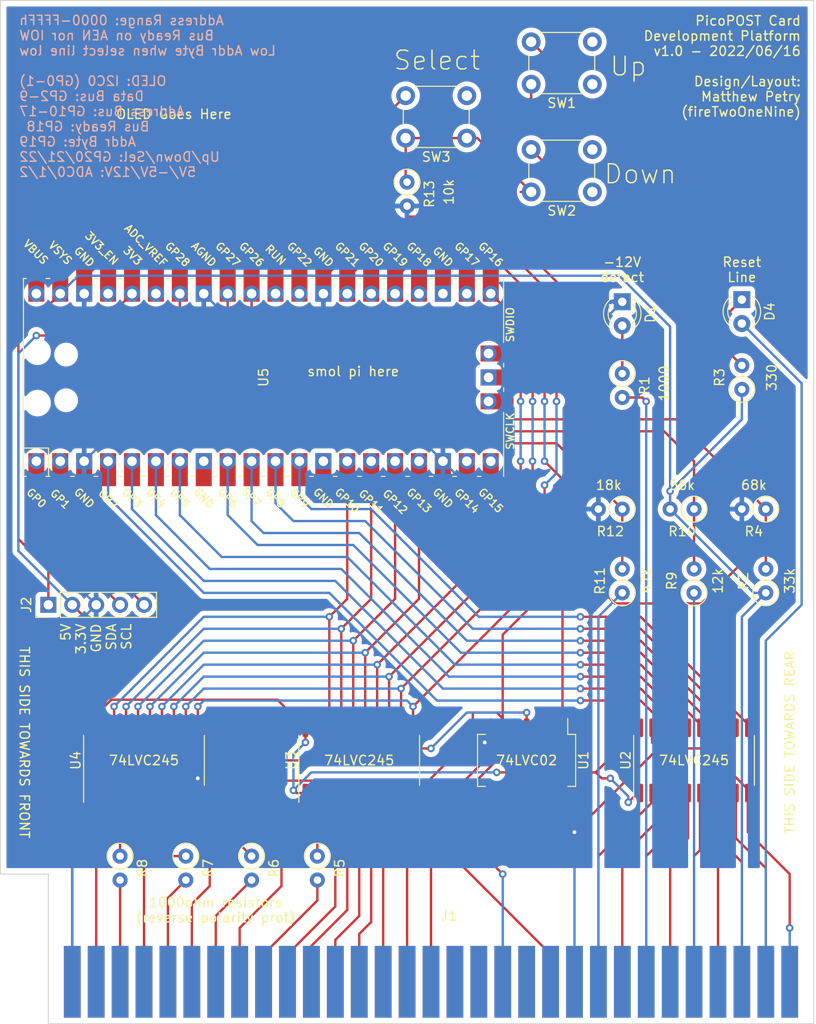
<source format=kicad_pcb>
(kicad_pcb (version 20211014) (generator pcbnew)
  (layers (0 "F.Cu" signal) (31 "B.Cu" signal) (34 "B.Paste" user) (35 "F.Paste" user) (36 "B.SilkS" user "B.Silkscreen") (37 "F.SilkS" user "F.Silkscreen") (38 "B.Mask" user) (39 "F.Mask" user) (44 "Edge.Cuts" user))
  (net 0 "")
  (net 1 "GND")
  (net 2 "Net-(D1-Pad2)")
  (net 3 "Net-(D4-Pad1)")
  (net 4 "Net-(D4-Pad2)")
  (net 5 "+5V")
  (net 7 "Net-(J1-Pad5)")
  (net 9 "Net-(J1-Pad7)")
  (net 11 "Net-(J1-Pad9)")
  (net 32 "/BD7")
  (net 33 "/BD6")
  (net 34 "/BD5")
  (net 35 "/BD4")
  (net 36 "/BD3")
  (net 37 "/BD2")
  (net 38 "/BD1")
  (net 39 "/BD0")
  (net 41 "Net-(J1-Pad42)")
  (net 46 "/BA15")
  (net 47 "/BA14")
  (net 48 "/BA13")
  (net 49 "/BA12")
  (net 50 "/BA11")
  (net 51 "/BA10")
  (net 52 "/BA9")
  (net 53 "Net-(J1-Pad54)")
  (net 54 "/BA7")
  (net 55 "Net-(J1-Pad56)")
  (net 56 "/BA5")
  (net 57 "Net-(J1-Pad58)")
  (net 58 "/BA3")
  (net 59 "Net-(J1-Pad60)")
  (net 60 "/BA1")
  (net 61 "/BA0")
  (net 62 "+3V3")
  (net 63 "/OLED_SDA")
  (net 64 "/OLED_SCL")
  (net 65 "/+5Vmon")
  (net 66 "/BA8")
  (net 67 "/BA6")
  (net 68 "/BA4")
  (net 69 "/BA2")
  (net 70 "/-5Vmon")
  (net 71 "/+12Vmon")
  (net 72 "Net-(U5-Pad26)")
  (net 73 "Net-(U5-Pad27)")
  (net 74 "Net-(U5-Pad29)")
  (net 75 "/bus_ready")
  (net 76 "Net-(U3-Pad19)")
  (net 77 "/addr_byte")
  (net 78 "/PD7")
  (net 79 "/PD6")
  (net 80 "/PD5")
  (net 81 "/PD4")
  (net 82 "/PD3")
  (net 83 "/PD2")
  (net 84 "/PD1")
  (net 85 "/PD0")
  (net 86 "/PA7")
  (net 87 "/PA6")
  (net 88 "/PA5")
  (net 89 "/PA4")
  (net 90 "/PA3")
  (net 91 "/PA2")
  (net 92 "/PA1")
  (net 93 "/PA0")
  (net 104 "Net-(J1-Pad13)")
  (net 105 "Net-(SW1-Pad1)")
  (footprint "Resistor_THT:R_Axial_DIN0207_L6.3mm_D2.5mm_P2.54mm_Vertical" (layer "F.Cu") (at 133.35 104.14 -90)
    (fp_text reference "R6")
    (fp_text value "1000")
  )
  (footprint "Button_Switch_THT:SW_PUSH_6mm_H5mm" (layer "F.Cu") (at 169.545 33.655 180)
    (fp_text reference "SW2")
    (fp_text value "Down")
  )
  (footprint "IDEcardedge:BUS_IDE8" (layer "F.Cu") (at 190.505 117.475)
    (fp_text reference "J1")
    (fp_text value "PCB_Finger_ISA_8bit")
  )
  (footprint "Resistor_THT:R_Axial_DIN0207_L6.3mm_D2.5mm_P2.54mm_Vertical" (layer "F.Cu") (at 180.34 76.2 90)
    (fp_text reference "R9")
    (fp_text value "12k")
  )
  (footprint "Resistor_THT:R_Axial_DIN0207_L6.3mm_D2.5mm_P2.54mm_Vertical" (layer "F.Cu") (at 140.335 104.14 -90)
    (fp_text reference "R5")
    (fp_text value "1000")
  )
  (footprint "Package_SO:SO-20_5.3x12.6mm_P1.27mm" (layer "F.Cu") (at 144.78 93.98 90)
    (fp_text reference "U3")
    (fp_text value "74LVC245")
  )
  (footprint "Resistor_THT:R_Axial_DIN0207_L6.3mm_D2.5mm_P2.54mm_Vertical" (layer "F.Cu") (at 180.34 67.31 180)
    (fp_text reference "R10")
    (fp_text value "56k")
  )
  (footprint "Resistor_THT:R_Axial_DIN0207_L6.3mm_D2.5mm_P2.54mm_Vertical" (layer "F.Cu") (at 185.42 54.61 90)
    (fp_text reference "R3")
    (fp_text value "330")
  )
  (footprint "Button_Switch_THT:SW_PUSH_6mm_H5mm" (layer "F.Cu") (at 169.545 22.225 180)
    (fp_text reference "SW1")
    (fp_text value "Up")
  )
  (footprint "Resistor_THT:R_Axial_DIN0207_L6.3mm_D2.5mm_P2.54mm_Vertical" (layer "F.Cu") (at 172.72 52.93 -90)
    (fp_text reference "R1")
    (fp_text value "1000")
  )
  (footprint "Resistor_THT:R_Axial_DIN0207_L6.3mm_D2.5mm_P2.54mm_Vertical" (layer "F.Cu") (at 187.96 76.2 90)
    (fp_text reference "R2")
    (fp_text value "33k")
  )
  (footprint "Package_SO:SO-14_5.3x10.2mm_P1.27mm" (layer "F.Cu") (at 162.56 93.98 -90)
    (fp_text reference "U1")
    (fp_text value "74LVC02")
  )
  (footprint "MCU_RaspberryPi_and_Boards:RPi_Pico_SMD_TH" (layer "F.Cu") (at 134.62 53.34 90)
    (fp_text reference "U5")
    (fp_text value "Pico")
  )
  (footprint "Package_SO:SO-20_5.3x12.6mm_P1.27mm" (layer "F.Cu") (at 121.92 93.98 90)
    (fp_text reference "U4")
    (fp_text value "74LVC245")
  )
  (footprint "Resistor_THT:R_Axial_DIN0207_L6.3mm_D2.5mm_P2.54mm_Vertical" (layer "F.Cu") (at 172.72 67.31 180)
    (fp_text reference "R12")
    (fp_text value "18k")
  )
  (footprint "Resistor_THT:R_Axial_DIN0207_L6.3mm_D2.5mm_P2.54mm_Vertical" (layer "F.Cu") (at 187.96 67.31 180)
    (fp_text reference "R4")
    (fp_text value "68k")
  )
  (footprint "Resistor_THT:R_Axial_DIN0207_L6.3mm_D2.5mm_P2.54mm_Vertical" (layer "F.Cu") (at 172.72 76.2 90)
    (fp_text reference "R11")
    (fp_text value "47k")
  )
  (footprint "LED_THT:LED_D3.0mm" (layer "F.Cu") (at 185.42 45.08 -90)
    (fp_text reference "D4")
    (fp_text value "red")
  )
  (footprint "Resistor_THT:R_Axial_DIN0207_L6.3mm_D2.5mm_P2.54mm_Vertical" (layer "F.Cu") (at 119.38 104.14 -90)
    (fp_text reference "R8")
    (fp_text value "1000")
  )
  (footprint "Resistor_THT:R_Axial_DIN0207_L6.3mm_D2.5mm_P2.54mm_Vertical" (layer "F.Cu") (at 149.86 32.61 -90)
    (fp_text reference "R13")
    (fp_text value "1000")
  )
  (footprint "LED_THT:LED_D3.0mm" (layer "F.Cu") (at 172.72 45.31 -90)
    (fp_text reference "D1")
    (fp_text value "green")
  )
  (footprint "Button_Switch_THT:SW_PUSH_6mm_H5mm" (layer "F.Cu") (at 156.21 27.94 180)
    (fp_text reference "SW3")
    (fp_text value "Select/Menu")
  )
  (footprint "Resistor_THT:R_Axial_DIN0207_L6.3mm_D2.5mm_P2.54mm_Vertical" (layer "F.Cu") (at 126.365 104.14 -90)
    (fp_text reference "R7")
    (fp_text value "1000")
  )
  (footprint "Package_SO:SO-20_5.3x12.6mm_P1.27mm" (layer "F.Cu") (at 180.34 93.98 90)
    (fp_text reference "U2")
    (fp_text value "74LVC245")
  )
  (footprint "Connector_PinHeader_2.54mm:PinHeader_1x05_P2.54mm_Vertical" (layer "F.Cu") (at 111.765 77.47 90)
    (fp_text reference "J2")
    (fp_text value "OLED Header")
  )
  (gr_line (start 106.68 106.045) (end 106.68 13.335) (layer "Edge.Cuts") (width 0.1))
  (gr_line (start 193.04 121.92) (end 111.76 121.92) (layer "Edge.Cuts") (width 0.1))
  (gr_line (start 193.04 121.285) (end 193.04 121.92) (layer "Edge.Cuts") (width 0.1))
  (gr_line (start 193.04 121.285) (end 193.04 13.335) (layer "Edge.Cuts") (width 0.1))
  (gr_line (start 193.04 13.335) (end 112.395 13.335) (layer "Edge.Cuts") (width 0.1))
  (gr_line (start 106.68 13.335) (end 112.395 13.335) (layer "Edge.Cuts") (width 0.1))
  (gr_line (start 111.76 121.92) (end 111.76 121.285) (layer "Edge.Cuts") (width 0.1))
  (gr_line (start 106.68 106.045) (end 111.76 106.045) (layer "Edge.Cuts") (width 0.1))
  (gr_line (start 111.76 121.285) (end 111.76 106.045) (layer "Edge.Cuts") (width 0.1))
  (gr_text "Address Range: 0000-FFFFh\nBus Ready on AEN nor IOW\nLow Addr Byte when select line low\n\n       OLED: I2C0 (GP0-1)\n   Data Bus: GP2-9\nAddress Bus: GP10-17\n Bus Ready: GP18 \n   Addr Byte: GP19\nUp/Down/Sel: GP20/21/22\n 5V/-5V/12V: ADC0/1/2" (at 108.585 23.495) (layer "B.SilkS") (effects (font (size 1 1)) (justify right mirror)))
  (gr_text "74LVC02" (at 162.56 93.98) (layer "F.SilkS") (effects (font (size 1 1))))
  (gr_text "Down" (at 174.625 31.75) (layer "F.SilkS") (effects (font (size 2 2))))
  (gr_text "12k" (at 182.88 74.93 90) (layer "F.SilkS") (effects (font (size 1 1))))
  (gr_text "330" (at 188.595 53.34 90) (layer "F.SilkS") (effects (font (size 1 1))))
  (gr_text "smol pi here" (at 144.145 52.705) (layer "F.SilkS") (effects (font (size 1 1))))
  (gr_text "5V\n3.3V\nGND\nSDA\nSCL" (at 116.84 79.375 90) (layer "F.SilkS") (effects (font (size 1 1)) (justify right)))
  (gr_text "1000" (at 177.165 53.975 90) (layer "F.SilkS") (effects (font (size 1 1))))
  (gr_text "74LVC245\n" (at 180.34 93.98) (layer "F.SilkS") (effects (font (size 1 1))))
  (gr_text "THIS SIDE TOWARDS REAR" (at 190.5 92.075 90) (layer "F.SilkS") (effects (font (size 1 1))))
  (gr_text "18k" (at 171.28 64.77) (layer "F.SilkS") (effects (font (size 1 1))))
  (gr_text "56k" (at 179.07 64.77) (layer "F.SilkS") (effects (font (size 1 1))))
  (gr_text "10k" (at 154.305 33.655 90) (layer "F.SilkS") (effects (font (size 1 1))))
  (gr_text "68k" (at 186.69 64.77) (layer "F.SilkS") (effects (font (size 1 1))))
  (gr_text "1000ohm resistors\n(reverse polarity prot)" (at 129.54 109.855) (layer "F.SilkS") (effects (font (size 1 1))))
  (gr_text "THIS SIDE TOWARDS FRONT" (at 109.22 92.075 -90) (layer "F.SilkS") (effects (font (size 1 1))))
  (gr_text "47k" (at 175.26 74.93 90) (layer "F.SilkS") (effects (font (size 1 1))))
  (gr_text "Select" (at 153.035 19.685) (layer "F.SilkS") (effects (font (size 2 2))))
  (gr_text "33k" (at 190.5 74.93 90) (layer "F.SilkS") (effects (font (size 1 1))))
  (gr_text "OLED Goes Here" (at 125.095 25.4) (layer "F.SilkS") (effects (font (size 1 1))))
  (gr_text "74LVC245\n" (at 144.78 93.98) (layer "F.SilkS") (effects (font (size 1 1))))
  (gr_text "Up" (at 173.355 20.32) (layer "F.SilkS") (effects (font (size 2 2))))
  (gr_text "PicoPOST Card\nDevelopment Platform\nv1.0 - 2022/06/16\n\nDesign/Layout:\nMatthew Petry\n(fireTwoOneNine)" (at 191.77 20.32) (layer "F.SilkS") (effects (font (size 1 1)) (justify right)))
  (gr_text "74LVC245\n" (at 121.92 93.98) (layer "F.SilkS") (effects (font (size 1 1))))
  (gr_text "-12V\ndetect" (at 172.72 41.91) (layer "F.SilkS") (effects (font (size 1 1))))
  (gr_text "Reset\nLine" (at 185.42 41.91) (layer "F.SilkS") (effects (font (size 1 1))))
  (segment (start 128.27 41.91) (end 128.27 44.45) (width 0.25) (layer "F.Cu") (net 1))
  (segment (start 158.115 92.075) (end 160.121072 92.075) (width 0.25) (layer "F.Cu") (net 1))
  (segment (start 160.121072 92.075) (end 161.29 90.906072) (width 0.25) (layer "F.Cu") (net 1))
  (segment (start 181.711072 92.71) (end 176.53 92.71) (width 0.25) (layer "F.Cu") (net 1))
  (segment (start 158.115 92.075) (end 158.115 91.1525) (width 0.25) (layer "F.Cu") (net 1))
  (segment (start 158.115 91.1525) (end 158.75 90.5175) (width 0.25) (layer "F.Cu") (net 1))
  (segment (start 115.57 42.840978) (end 116.935489 41.475489) (width 0.25) (layer "F.Cu") (net 1))
  (segment (start 186.055 101.6) (end 186.055 97.4425) (width 0.25) (layer "F.Cu") (net 1))
  (segment (start 127.635 97.4425) (end 127.635 95.885) (width 0.25) (layer "F.Cu") (net 1))
  (segment (start 156.21 92.075) (end 150.8425 97.4425) (width 0.25) (layer "F.Cu") (net 1))
  (segment (start 148.660978 35.15) (end 140.97 42.840978) (width 0.25) (layer "F.Cu") (net 1))
  (segment (start 181.120489 77.324511) (end 185.42 73.025) (width 0.25) (layer "F.Cu") (net 1))
  (segment (start 170.18 75.565) (end 171.939511 77.324511) (width 0.25) (layer "F.Cu") (net 1))
  (segment (start 117.675489 41.475489) (end 127.835489 41.475489) (width 0.25) (layer "F.Cu") (net 1))
  (segment (start 149.86 35.15) (end 148.660978 35.15) (width 0.25) (layer "F.Cu") (net 1))
  (segment (start 186.055 97.053928) (end 181.711072 92.71) (width 0.25) (layer "F.Cu") (net 1))
  (segment (start 115.57 44.45) (end 115.57 42.840978) (width 0.25) (layer "F.Cu") (net 1))
  (segment (start 158.115 92.075) (end 156.21 92.075) (width 0.25) (layer "F.Cu") (net 1))
  (segment (start 127.835489 41.475489) (end 128.27 41.91) (width 0.25) (layer "F.Cu") (net 1))
  (segment (start 170.18 67.31) (end 170.18 75.565) (width 0.25) (layer "F.Cu") (net 1))
  (segment (start 186.055 97.4425) (end 186.055 97.053928) (width 0.25) (layer "F.Cu") (net 1))
  (segment (start 175.895 90.5175) (end 175.895 92.075) (width 0.25) (layer "F.Cu") (net 1))
  (segment (start 167.64 101.6) (end 176.53 92.71) (width 0.25) (layer "F.Cu") (net 1))
  (segment (start 128.94702 96.13048) (end 150.10548 96.13048) (width 0.25) (layer "F.Cu") (net 1))
  (segment (start 190.5 106.045) (end 186.055 101.6) (width 0.25) (layer "F.Cu") (net 1))
  (segment (start 140.97 42.840978) (end 140.97 44.45) (width 0.25) (layer "F.Cu") (net 1))
  (segment (start 185.42 73.025) (end 185.42 67.31) (width 0.25) (layer "F.Cu") (net 1))
  (segment (start 116.935489 41.475489) (end 117.675489 41.475489) (width 0.25) (layer "F.Cu") (net 1))
  (segment (start 175.895 92.075) (end 176.53 92.71) (width 0.25) (layer "F.Cu") (net 1))
  (segment (start 171.939511 77.324511) (end 181.120489 77.324511) (width 0.25) (layer "F.Cu") (net 1))
  (segment (start 150.10548 96.13048) (end 150.495 96.52) (width 0.25) (layer "F.Cu") (net 1))
  (segment (start 127.635 97.4425) (end 128.94702 96.13048) (width 0.25) (layer "F.Cu") (net 1))
  (segment (start 150.8425 97.4425) (end 150.495 97.4425) (width 0.25) (layer "F.Cu") (net 1))
  (segment (start 161.29 90.906072) (end 161.29 90.5175) (width 0.25) (layer "F.Cu") (net 1))
  (segment (start 150.495 96.52) (end 150.495 97.4425) (width 0.25) (layer "F.Cu") (net 1))
  (segment (start 190.5 111.76) (end 190.5 106.045) (width 0.25) (layer "F.Cu") (net 1))
  (via (at 158.115 92.075) (size 0.8) (drill 0.4) (layers "F.Cu" "B.Cu") (net 1))
  (via (at 167.64 101.6) (size 0.8) (drill 0.4) (layers "F.Cu" "B.Cu") (net 1))
  (via (at 190.5 111.76) (size 0.8) (drill 0.4) (layers "F.Cu" "B.Cu") (net 1))
  (via (at 127.635 95.885) (size 0.8) (drill 0.4) (layers "F.Cu" "B.Cu") (net 1))
  (segment (start 120.015 95.885) (end 127.635 95.885) (width 0.25) (layer "B.Cu") (net 1))
  (segment (start 130.175 46.355) (end 140.335 46.355) (width 0.25) (layer "B.Cu") (net 1))
  (segment (start 114.305 107.31) (end 114.3 107.305) (width 0.25) (layer "B.Cu") (net 1))
  (segment (start 117.475 60.325) (end 151.765 60.325) (width 0.25) (layer "B.Cu") (net 1))
  (segment (start 115.57 76.195) (end 116.845 77.47) (width 0.25) (layer "B.Cu") (net 1))
  (segment (start 114.3 80.015) (end 116.845 77.47) (width 0.25) (layer "B.Cu") (net 1))
  (segment (start 115.57 44.45) (end 115.57 62.23) (width 0.25) (layer "B.Cu") (net 1))
  (segment (start 140.335 46.355) (end 140.97 45.72) (width 0.25) (layer "B.Cu") (net 1))
  (segment (start 115.57 62.23) (end 117.475 60.325) (width 0.25) (layer "B.Cu") (net 1))
  (segment (start 158.75 67.31) (end 170.18 67.31) (width 0.25) (layer "B.Cu") (net 1))
  (segment (start 151.765 60.325) (end 153.67 62.23) (width 0.25) (layer "B.Cu") (net 1))
  (segment (start 170.18 47.85) (end 172.72 45.31) (width 0.25) (layer "B.Cu") (net 1))
  (segment (start 190.505 117.475) (end 190.505 111.765) (width 0.25) (layer "B.Cu") (net 1))
  (segment (start 167.64 101.6) (end 167.645 101.605) (width 0.25) (layer "B.Cu") (net 1))
  (segment (start 170.18 67.31) (end 170.18 47.85) (width 0.25) (layer "B.Cu") (net 1))
  (segment (start 167.645 101.605) (end 167.645 117.475) (width 0.25) (layer "B.Cu") (net 1))
  (segment (start 114.3 101.6) (end 120.015 95.885) (width 0.25) (layer "B.Cu") (net 1))
  (segment (start 115.57 62.23) (end 115.57 76.195) (width 0.25) (layer "B.Cu") (net 1))
  (segment (start 158.115 92.075) (end 167.64 101.6) (width 0.25) (layer "B.Cu") (net 1))
  (segment (start 140.97 45.72) (end 140.97 44.45) (width 0.25) (layer "B.Cu") (net 1))
  (segment (start 128.27 44.45) (end 130.175 46.355) (width 0.25) (layer "B.Cu") (net 1))
  (segment (start 114.3 107.305) (end 114.3 101.6) (width 0.25) (layer "B.Cu") (net 1))
  (segment (start 114.305 117.475) (end 114.305 107.31) (width 0.25) (layer "B.Cu") (net 1))
  (segment (start 190.505 111.765) (end 190.5 111.76) (width 0.25) (layer "B.Cu") (net 1))
  (segment (start 153.67 62.23) (end 158.75 67.31) (width 0.25) (layer "B.Cu") (net 1))
  (segment (start 114.3 101.6) (end 114.3 80.015) (width 0.25) (layer "B.Cu") (net 1))
  (segment (start 172.72 52.93) (end 172.72 47.85) (width 0.25) (layer "F.Cu") (net 2))
  (segment (start 184.195489 46.304511) (end 184.195489 46.309511) (width 0.25) (layer "F.Cu") (net 3))
  (segment (start 184.195489 46.309511) (end 183.515 46.99) (width 0.25) (layer "F.Cu") (net 3))
  (segment (start 185.42 45.08) (end 184.195489 46.304511) (width 0.25) (layer "F.Cu") (net 3))
  (segment (start 183.515 46.99) (end 183.515 50.165) (width 0.25) (layer "F.Cu") (net 3))
  (segment (start 183.515 50.165) (end 185.42 52.07) (width 0.25) (layer "F.Cu") (net 3))
  (segment (start 185.42 47.62) (end 191.77 53.97) (width 0.25) (layer "B.Cu") (net 4))
  (segment (start 187.965 81.275) (end 187.965 117.475) (width 0.25) (layer "B.Cu") (net 4))
  (segment (start 191.77 77.47) (end 187.965 81.275) (width 0.25) (layer "B.Cu") (net 4))
  (segment (start 191.77 53.97) (end 191.77 77.47) (width 0.25) (layer "B.Cu") (net 4))
  (segment (start 108.585 48.895) (end 108.585 70.485) (width 0.25) (layer "F.Cu") (net 5))
  (segment (start 177.8 67.31) (end 177.8 65.405) (width 0.25) (layer "F.Cu") (net 5))
  (segment (start 108.585 70.485) (end 111.765 73.665) (width 0.25) (layer "F.Cu") (net 5))
  (segment (start 113.03 44.45) (end 108.585 48.895) (width 0.25) (layer "F.Cu") (net 5))
  (segment (start 111.765 73.665) (end 111.765 77.47) (width 0.25) (layer "F.Cu") (net 5))
  (via (at 177.8 65.405) (size 0.8) (drill 0.4) (layers "F.Cu" "B.Cu") (net 5))
  (segment (start 114.935 42.545) (end 113.03 44.45) (width 0.25) (layer "B.Cu") (net 5))
  (segment (start 172.404022 42.545) (end 114.935 42.545) (width 0.25) (layer "B.Cu") (net 5))
  (segment (start 177.8 67.31) (end 177.8 47.940978) (width 0.25) (layer "B.Cu") (net 5))
  (segment (start 185.42 57.785) (end 185.42 54.61) (width 0.25) (layer "B.Cu") (net 5))
  (segment (start 186.69 76.2) (end 177.8 67.31) (width 0.25) (layer "B.Cu") (net 5))
  (segment (start 177.8 65.405) (end 185.42 57.785) (width 0.25) (layer "B.Cu") (net 5))
  (segment (start 185.425 78.735) (end 187.96 76.2) (width 0.25) (layer "B.Cu") (net 5))
  (segment (start 177.8 47.940978) (end 172.404022 42.545) (width 0.25) (layer "B.Cu") (net 5))
  (segment (start 187.96 76.2) (end 186.69 76.2) (width 0.25) (layer "B.Cu") (net 5))
  (segment (start 185.425 117.475) (end 185.425 78.735) (width 0.25) (layer "B.Cu") (net 5))
  (segment (start 180.345 117.475) (end 180.345 76.205) (width 0.25) (layer "B.Cu") (net 7))
  (segment (start 180.345 76.205) (end 180.34 76.2) (width 0.25) (layer "B.Cu") (net 7))
  (segment (start 172.72 55.47) (end 174.85 55.47) (width 0.25) (layer "F.Cu") (net 9))
  (segment (start 175.26 55.88) (end 174.85 55.47) (width 0.25) (layer "F.Cu") (net 9))
  (via (at 175.26 55.88) (size 0.8) (drill 0.4) (layers "F.Cu" "B.Cu") (net 9))
  (segment (start 175.265 55.885) (end 175.265 117.475) (width 0.25) (layer "B.Cu") (net 9))
  (segment (start 175.26 55.88) (end 175.265 55.885) (width 0.25) (layer "B.Cu") (net 9))
  (segment (start 170.185 117.475) (end 170.185 78.735) (width 0.25) (layer "B.Cu") (net 11))
  (segment (start 170.185 78.735) (end 172.72 76.2) (width 0.25) (layer "B.Cu") (net 11))
  (segment (start 184.785 102.235) (end 184.785 97.4425) (width 0.25) (layer "F.Cu") (net 32))
  (segment (start 187.965 117.475) (end 187.965 105.415) (width 0.25) (layer "F.Cu") (net 32))
  (segment (start 187.965 105.415) (end 184.785 102.235) (width 0.25) (layer "F.Cu") (net 32))
  (segment (start 183.515 102.87) (end 183.515 97.4425) (width 0.25) (layer "F.Cu") (net 33))
  (segment (start 185.425 117.475) (end 185.425 104.78) (width 0.25) (layer "F.Cu") (net 33))
  (segment (start 185.425 104.78) (end 183.515 102.87) (width 0.25) (layer "F.Cu") (net 33))
  (segment (start 182.885 104.78) (end 182.245 104.14) (width 0.25) (layer "F.Cu") (net 34))
  (segment (start 182.885 117.475) (end 182.885 104.78) (width 0.25) (layer "F.Cu") (net 34))
  (segment (start 182.245 104.14) (end 182.245 97.4425) (width 0.25) (layer "F.Cu") (net 34))
  (segment (start 180.345 117.475) (end 180.345 104.135) (width 0.25) (layer "F.Cu") (net 35))
  (segment (start 180.345 104.135) (end 180.975 103.505) (width 0.25) (layer "F.Cu") (net 35))
  (segment (start 180.975 103.505) (end 180.975 97.4425) (width 0.25) (layer "F.Cu") (net 35))
  (segment (start 179.705 102.235) (end 179.705 97.4425) (width 0.25) (layer "F.Cu") (net 36))
  (segment (start 177.805 104.135) (end 179.705 102.235) (width 0.25) (layer "F.Cu") (net 36))
  (segment (start 177.805 117.475) (end 177.805 104.135) (width 0.25) (layer "F.Cu") (net 36))
  (segment (start 175.265 104.135) (end 178.435 100.965) (width 0.25) (layer "F.Cu") (net 37))
  (segment (start 178.435 100.965) (end 178.435 97.4425) (width 0.25) (layer "F.Cu") (net 37))
  (segment (start 175.265 117.475) (end 175.265 104.135) (width 0.25) (layer "F.Cu") (net 37))
  (segment (start 172.725 114.555) (end 172.72 114.55) (width 0.25) (layer "F.Cu") (net 38))
  (segment (start 172.72 114.55) (end 172.72 104.14) (width 0.25) (layer "F.Cu") (net 38))
  (segment (start 172.72 104.14) (end 177.165 99.695) (width 0.25) (layer "F.Cu") (net 38))
  (segment (start 172.725 117.475) (end 172.725 114.555) (width 0.25) (layer "F.Cu") (net 38))
  (segment (start 177.165 99.695) (end 177.165 97.4425) (width 0.25) (layer "F.Cu") (net 38))
  (segment (start 170.185 104.135) (end 175.895 98.425) (width 0.25) (layer "F.Cu") (net 39))
  (segment (start 170.185 117.475) (end 170.185 104.135) (width 0.25) (layer "F.Cu") (net 39))
  (segment (start 175.895 98.425) (end 175.895 97.4425) (width 0.25) (layer "F.Cu") (net 39))
  (segment (start 159.385 92.71) (end 163.195 92.71) (width 0.25) (layer "F.Cu") (net 41))
  (segment (start 165.105 114.555) (end 155.575 105.025) (width 0.25) (layer "F.Cu") (net 41))
  (segment (start 165.105 117.475) (end 165.105 114.555) (width 0.25) (layer "F.Cu") (net 41))
  (segment (start 155.575 105.025) (end 155.575 96.52) (width 0.25) (layer "F.Cu") (net 41))
  (segment (start 163.83 92.075) (end 163.83 90.5175) (width 0.25) (layer "F.Cu") (net 41))
  (segment (start 163.195 92.71) (end 163.83 92.075) (width 0.25) (layer "F.Cu") (net 41))
  (segment (start 155.575 96.52) (end 159.385 92.71) (width 0.25) (layer "F.Cu") (net 41))
  (segment (start 152.405 117.475) (end 152.405 104.78) (width 0.25) (layer "F.Cu") (net 46))
  (segment (start 152.405 104.78) (end 149.225 101.6) (width 0.25) (layer "F.Cu") (net 46))
  (segment (start 149.225 101.6) (end 149.225 97.4425) (width 0.25) (layer "F.Cu") (net 46))
  (segment (start 149.865 117.475) (end 149.865 104.145) (width 0.25) (layer "F.Cu") (net 47))
  (segment (start 149.865 104.145) (end 147.955 102.235) (width 0.25) (layer "F.Cu") (net 47))
  (segment (start 147.955 102.235) (end 147.955 97.4425) (width 0.25) (layer "F.Cu") (net 47))
  (segment (start 147.325 117.475) (end 147.325 99.7) (width 0.25) (layer "F.Cu") (net 48))
  (segment (start 146.685 99.06) (end 146.685 97.4425) (width 0.25) (layer "F.Cu") (net 48))
  (segment (start 147.325 99.7) (end 146.685 99.06) (width 0.25) (layer "F.Cu") (net 48))
  (segment (start 146.05 111.125) (end 146.05 100.33) (width 0.25) (layer "F.Cu") (net 49))
  (segment (start 146.05 100.33) (end 145.415 99.695) (width 0.25) (layer "F.Cu") (net 49))
  (segment (start 144.785 117.475) (end 144.785 112.39) (width 0.25) (layer "F.Cu") (net 49))
  (segment (start 145.415 99.695) (end 145.415 97.4425) (width 0.25) (layer "F.Cu") (net 49))
  (segment (start 144.785 112.39) (end 146.05 111.125) (width 0.25) (layer "F.Cu") (net 49))
  (segment (start 142.245 117.475) (end 142.245 113.025) (width 0.25) (layer "F.Cu") (net 50))
  (segment (start 144.78 100.965) (end 144.145 100.33) (width 0.25) (layer "F.Cu") (net 50))
  (segment (start 144.78 110.49) (end 144.78 100.965) (width 0.25) (layer "F.Cu") (net 50))
  (segment (start 142.245 113.025) (end 144.78 110.49) (width 0.25) (layer "F.Cu") (net 50))
  (segment (start 144.145 100.33) (end 144.145 97.4425) (width 0.25) (layer "F.Cu") (net 50))
  (segment (start 143.51 101.6) (end 142.875 100.965) (width 0.25) (layer "F.Cu") (net 51))
  (segment (start 142.875 100.965) (end 142.875 97.4425) (width 0.25) (layer "F.Cu") (net 51))
  (segment (start 139.705 113.66) (end 143.51 109.855) (width 0.25) (layer "F.Cu") (net 51))
  (segment (start 139.705 117.475) (end 139.705 113.66) (width 0.25) (layer "F.Cu") (net 51))
  (segment (start 143.51 109.855) (end 143.51 101.6) (width 0.25) (layer "F.Cu") (net 51))
  (segment (start 142.24 102.235) (end 141.605 101.6) (width 0.25) (layer "F.Cu") (net 52))
  (segment (start 142.24 109.48) (end 142.24 102.235) (width 0.25) (layer "F.Cu") (net 52))
  (segment (start 141.605 101.6) (end 141.605 97.4425) (width 0.25) (layer "F.Cu") (net 52))
  (segment (start 137.165 117.475) (end 137.165 114.555) (width 0.25) (layer "F.Cu") (net 52))
  (segment (start 137.165 114.555) (end 142.24 109.48) (width 0.25) (layer "F.Cu") (net 52))
  (segment (start 134.625 114.555) (end 140.335 108.845) (width 0.25) (layer "F.Cu") (net 53))
  (segment (start 140.335 108.845) (end 140.335 106.68) (width 0.25) (layer "F.Cu") (net 53))
  (segment (start 134.625 117.475) (end 134.625 114.555) (width 0.25) (layer "F.Cu") (net 53))
  (segment (start 126.365 98.425) (end 126.365 97.4425) (width 0.25) (layer "F.Cu") (net 54))
  (segment (start 127.635 99.695) (end 126.365 98.425) (width 0.25) (layer "F.Cu") (net 54))
  (segment (start 136.525 107.315) (end 136.525 103.505) (width 0.25) (layer "F.Cu") (net 54))
  (segment (start 132.085 111.755) (end 136.525 107.315) (width 0.25) (layer "F.Cu") (net 54))
  (segment (start 132.085 117.475) (end 132.085 111.755) (width 0.25) (layer "F.Cu") (net 54))
  (segment (start 132.715 99.695) (end 127.635 99.695) (width 0.25) (layer "F.Cu") (net 54))
  (segment (start 136.525 103.505) (end 132.715 99.695) (width 0.25) (layer "F.Cu") (net 54))
  (segment (start 129.545 117.475) (end 129.545 110.485) (width 0.25) (layer "F.Cu") (net 55))
  (segment (start 129.545 110.485) (end 133.35 106.68) (width 0.25) (layer "F.Cu") (net 55))
  (segment (start 128.905 104.14) (end 127 102.235) (width 0.25) (layer "F.Cu") (net 56))
  (segment (start 127 102.235) (end 124.46 102.235) (width 0.25) (layer "F.Cu") (net 56))
  (segment (start 127.005 109.215) (end 128.905 107.315) (width 0.25) (layer "F.Cu") (net 56))
  (segment (start 123.825 101.6) (end 123.825 97.4425) (width 0.25) (layer "F.Cu") (net 56))
  (segment (start 127.005 117.475) (end 127.005 109.215) (width 0.25) (layer "F.Cu") (net 56))
  (segment (start 124.46 102.235) (end 123.825 101.6) (width 0.25) (layer "F.Cu") (net 56))
  (segment (start 128.905 107.315) (end 128.905 104.14) (width 0.25) (layer "F.Cu") (net 56))
  (segment (start 124.465 108.58) (end 126.365 106.68) (width 0.25) (layer "F.Cu") (net 57))
  (segment (start 124.465 117.475) (end 124.465 108.58) (width 0.25) (layer "F.Cu") (net 57))
  (segment (start 121.925 117.475) (end 121.925 102.24) (width 0.25) (layer "F.Cu") (net 58))
  (segment (start 121.925 102.24) (end 121.285 101.6) (width 0.25) (layer "F.Cu") (net 58))
  (segment (start 121.285 101.6) (end 121.285 97.4425) (width 0.25) (layer "F.Cu") (net 58))
  (segment (start 119.385 106.685) (end 119.38 106.68) (width 0.25) (layer "F.Cu") (net 59))
  (segment (start 119.385 117.475) (end 119.385 106.685) (width 0.25) (layer "F.Cu") (net 59))
  (segment (start 118.745 99.695) (end 118.745 97.4425) (width 0.25) (layer "F.Cu") (net 60))
  (segment (start 116.845 117.475) (end 116.845 101.605) (width 0.25) (layer "F.Cu") (net 60))
  (segment (start 116.845 101.605) (end 116.84 101.6) (width 0.25) (layer "F.Cu") (net 60))
  (segment (start 116.84 101.6) (end 118.745 99.695) (width 0.25) (layer "F.Cu") (net 60))
  (segment (start 114.305 101.605) (end 114.3 101.6) (width 0.25) (layer "F.Cu") (net 61))
  (segment (start 114.305 117.475) (end 114.305 101.605) (width 0.25) (layer "F.Cu") (net 61))
  (segment (start 117.475 98.425) (end 117.475 97.4425) (width 0.25) (layer "F.Cu") (net 61))
  (segment (start 114.3 101.6) (end 117.475 98.425) (width 0.25) (layer "F.Cu") (net 61))
  (segment (start 116.205 89.780386) (end 118.444897 87.540489) (width 0.25) (layer "F.Cu") (net 62))
  (segment (start 174.625 97.4425) (end 174.3375 97.4425) (width 0.25) (layer "F.Cu") (net 62))
  (segment (start 139.065 97.4425) (end 138.0825 97.4425) (width 0.25) (layer "F.Cu") (net 62))
  (segment (start 136.087989 87.540489) (end 139.065 90.5175) (width 0.25) (layer "F.Cu") (net 62))
  (segment (start 120.65 44.45) (end 116.205 48.895) (width 0.25) (layer "F.Cu") (net 62))
  (segment (start 116.205 90.5175) (end 116.205 89.780386) (width 0.25) (layer "F.Cu") (net 62))
  (segment (start 174.3375 97.4425) (end 173.355 98.425) (width 0.25) (layer "F.Cu") (net 62))
  (segment (start 138.0825 97.4425) (end 137.795 97.155) (width 0.25) (layer "F.Cu") (net 62))
  (segment (start 118.444897 87.540489) (end 136.087989 87.540489) (width 0.25) (layer "F.Cu") (net 62))
  (segment (start 116.205 48.895) (end 110.49 48.895) (width 0.25) (layer "F.Cu") (net 62))
  (segment (start 116.205 79.37) (end 116.205 90.5175) (width 0.25) (layer "F.Cu") (net 62))
  (segment (start 114.305 77.47) (end 116.205 79.37) (width 0.25) (layer "F.Cu") (net 62))
  (segment (start 116.205 90.5175) (end 116.205 97.4425) (width 0.25) (layer "F.Cu") (net 62))
  (segment (start 169.8925 95.25) (end 170.5275 95.885) (width 0.25) (layer "F.Cu") (net 62))
  (segment (start 159.385 95.25) (end 166.37 95.25) (width 0.25) (layer "F.Cu") (net 62))
  (segment (start 166.37 95.25) (end 166.37 97.4425) (width 0.25) (layer "F.Cu") (net 62))
  (segment (start 139.065 90.5175) (end 139.065 92.075) (width 0.25) (layer "F.Cu") (net 62))
  (segment (start 169.8925 95.25) (end 174.625 90.5175) (width 0.25) (layer "F.Cu") (net 62))
  (segment (start 166.37 95.25) (end 169.8925 95.25) (width 0.25) (layer "F.Cu") (net 62))
  (segment (start 170.5275 95.885) (end 171.45 95.885) (width 0.25) (layer "F.Cu") (net 62))
  (via (at 139.065 92.075) (size 0.8) (drill 0.4) (layers "F.Cu" "B.Cu") (net 62))
  (via (at 159.385 95.25) (size 0.8) (drill 0.4) (layers "F.Cu" "B.Cu") (net 62))
  (via (at 173.355 98.425) (size 0.8) (drill 0.4) (layers "F.Cu" "B.Cu") (net 62))
  (via (at 137.795 97.155) (size 0.8) (drill 0.4) (layers "F.Cu" "B.Cu") (net 62))
  (via (at 110.49 48.895) (size 0.8) (drill 0.4) (layers "F.Cu" "B.Cu") (net 62))
  (via (at 171.45 95.885) (size 0.8) (drill 0.4) (layers "F.Cu" "B.Cu") (net 62))
  (segment (start 137.795 93.345) (end 137.795 97.155) (width 0.25) (layer "B.Cu") (net 62))
  (segment (start 139.7 95.25) (end 159.385 95.25) (width 0.25) (layer "B.Cu") (net 62))
  (segment (start 110.49 48.895) (end 108.585 50.8) (width 0.25) (layer "B.Cu") (net 62))
  (segment (start 171.45 95.885) (end 173.355 97.79) (width 0.25) (layer "B.Cu") (net 62))
  (segment (start 108.585 50.8) (end 108.585 71.75) (width 0.25) (layer "B.Cu") (net 62))
  (segment (start 173.355 97.79) (end 173.355 98.425) (width 0.25) (layer "B.Cu") (net 62))
  (segment (start 108.585 71.75) (end 114.305 77.47) (width 0.25) (layer "B.Cu") (net 62))
  (segment (start 137.795 97.155) (end 139.7 95.25) (width 0.25) (layer "B.Cu") (net 62))
  (segment (start 139.065 92.075) (end 137.795 93.345) (width 0.25) (layer "B.Cu") (net 62))
  (segment (start 110.49 68.575) (end 119.385 77.47) (width 0.25) (layer "F.Cu") (net 63))
  (segment (start 110.49 62.23) (end 110.49 68.575) (width 0.25) (layer "F.Cu") (net 63))
  (segment (start 113.03 68.575) (end 121.925 77.47) (width 0.25) (layer "F.Cu") (net 64))
  (segment (start 113.03 62.23) (end 113.03 68.575) (width 0.25) (layer "F.Cu") (net 64))
  (segment (start 178.435 57.785) (end 135.89 57.785) (width 0.25) (layer "F.Cu") (net 65))
  (segment (start 187.96 67.31) (end 178.435 57.785) (width 0.25) (layer "F.Cu") (net 65))
  (segment (start 133.35 55.245) (end 133.35 44.45) (width 0.25) (layer "F.Cu") (net 65))
  (segment (start 135.89 57.785) (end 133.35 55.245) (width 0.25) (layer "F.Cu") (net 65))
  (segment (start 187.96 67.31) (end 187.96 73.66) (width 0.25) (layer "F.Cu") (net 65))
  (segment (start 140.335 104.14) (end 140.335 97.4425) (width 0.25) (layer "F.Cu") (net 66))
  (segment (start 126.365 100.965) (end 125.095 99.695) (width 0.25) (layer "F.Cu") (net 67))
  (segment (start 130.175 100.965) (end 126.365 100.965) (width 0.25) (layer "F.Cu") (net 67))
  (segment (start 125.095 99.695) (end 125.095 97.4425) (width 0.25) (layer "F.Cu") (net 67))
  (segment (start 133.35 104.14) (end 130.175 100.965) (width 0.25) (layer "F.Cu") (net 67))
  (segment (start 122.555 101.6) (end 122.555 97.4425) (width 0.25) (layer "F.Cu") (net 68))
  (segment (start 125.095 104.14) (end 122.555 101.6) (width 0.25) (layer "F.Cu") (net 68))
  (segment (start 126.365 104.14) (end 125.095 104.14) (width 0.25) (layer "F.Cu") (net 68))
  (segment (start 119.38 102.235) (end 120.015 101.6) (width 0.25) (layer "F.Cu") (net 69))
  (segment (start 119.38 104.14) (end 119.38 102.235) (width 0.25) (layer "F.Cu") (net 69))
  (segment (start 120.015 101.6) (end 120.015 97.4425) (width 0.25) (layer "F.Cu") (net 69))
  (segment (start 180.34 62.23) (end 180.34 67.31) (width 0.25) (layer "F.Cu") (net 70))
  (segment (start 130.81 44.45) (end 130.81 53.975) (width 0.25) (layer "F.Cu") (net 70))
  (segment (start 130.81 53.975) (end 135.89 59.055) (width 0.25) (layer "F.Cu") (net 70))
  (segment (start 180.34 67.31) (end 180.34 73.66) (width 0.25) (layer "F.Cu") (net 70))
  (segment (start 135.89 59.055) (end 177.165 59.055) (width 0.25) (layer "F.Cu") (net 70))
  (segment (start 177.165 59.055) (end 180.34 62.23) (width 0.25) (layer "F.Cu") (net 70))
  (segment (start 165.735 60.325) (end 172.72 67.31) (width 0.25) (layer "F.Cu") (net 71))
  (segment (start 125.73 50.165) (end 135.89 60.325) (width 0.25) (layer "F.Cu") (net 71))
  (segment (start 172.72 67.31) (end 172.72 73.66) (width 0.25) (layer "F.Cu") (net 71))
  (segment (start 125.73 44.45) (end 125.73 50.165) (width 0.25) (layer "F.Cu") (net 71))
  (segment (start 135.89 60.325) (end 165.735 60.325) (width 0.25) (layer "F.Cu") (net 71))
  (segment (start 146.05 41.91) (end 146.05 44.45) (width 0.25) (layer "F.Cu") (net 72))
  (segment (start 166.37 21.05) (end 166.37 34.925) (width 0.25) (layer "F.Cu") (net 72))
  (segment (start 150.495 37.465) (end 146.05 41.91) (width 0.25) (layer "F.Cu") (net 72))
  (segment (start 163.83 37.465) (end 150.495 37.465) (width 0.25) (layer "F.Cu") (net 72))
  (segment (start 166.37 34.925) (end 163.83 37.465) (width 0.25) (layer "F.Cu") (net 72))
  (segment (start 163.045 17.725) (end 166.37 21.05) (width 0.25) (layer "F.Cu") (net 72))
  (segment (start 143.51 42.545) (end 143.51 44.45) (width 0.25) (layer "F.Cu") (net 73))
  (segment (start 165.1 34.29) (end 165.1 31.21) (width 0.25) (layer "F.Cu") (net 73))
  (segment (start 165.1 31.21) (end 163.045 29.155) (width 0.25) (layer "F.Cu") (net 73))
  (segment (start 143.51 44.45) (end 143.51 42.840978) (width 0.25) (layer "F.Cu") (net 73))
  (segment (start 163.115489 36.274511) (end 165.1 34.29) (width 0.25) (layer "F.Cu") (net 73))
  (segment (start 143.51 42.840978) (end 150.076467 36.274511) (width 0.25) (layer "F.Cu") (net 73))
  (segment (start 150.076467 36.274511) (end 163.115489 36.274511) (width 0.25) (layer "F.Cu") (net 73))
  (segment (start 149.71 23.44) (end 138.43 34.72) (width 0.25) (layer "F.Cu") (net 74))
  (segment (start 138.43 34.72) (end 138.43 44.45) (width 0.25) (layer "F.Cu") (net 74))
  (segment (start 161.29 40.64) (end 153.035 40.64) (width 0.25) (layer "F.Cu") (net 75))
  (segment (start 151.13 42.545) (end 151.13 44.45) (width 0.25) (layer "F.Cu") (net 75))
  (segment (start 166.37 90.5175) (end 166.37 64.135) (width 0.25) (layer "F.Cu") (net 75))
  (segment (start 164.465 43.815) (end 161.29 40.64) (width 0.25) (layer "F.Cu") (net 75))
  (segment (start 166.37 64.135) (end 164.465 62.23) (width 0.25) (layer "F.Cu") (net 75))
  (segment (start 164.465 55.88) (end 164.465 43.815) (width 0.25) (layer "F.Cu") (net 75))
  (segment (start 153.035 40.64) (end 151.13 42.545) (width 0.25) (layer "F.Cu") (net 75))
  (via (at 164.465 55.88) (size 0.8) (drill 0.4) (layers "F.Cu" "B.Cu") (net 75))
  (via (at 164.465 62.23) (size 0.8) (drill 0.4) (layers "F.Cu" "B.Cu") (net 75))
  (segment (start 164.465 62.23) (end 164.465 55.88) (width 0.25) (layer "B.Cu") (net 75))
  (segment (start 142.138928 92.71) (end 152.4 92.71) (width 0.25) (layer "F.Cu") (net 76))
  (segment (start 140.335 90.5175) (end 140.335 90.906072) (width 0.25) (layer "F.Cu") (net 76))
  (segment (start 162.56 88.9) (end 162.56 90.5175) (width 0.25) (layer "F.Cu") (net 76))
  (segment (start 140.335 90.906072) (end 142.138928 92.71) (width 0.25) (layer "F.Cu") (net 76))
  (via (at 152.4 92.71) (size 0.8) (drill 0.4) (layers "F.Cu" "B.Cu") (net 76))
  (via (at 162.56 88.9) (size 0.8) (drill 0.4) (layers "F.Cu" "B.Cu") (net 76))
  (segment (start 152.4 92.71) (end 156.21 88.9) (width 0.25) (layer "B.Cu") (net 76))
  (segment (start 156.21 88.9) (end 162.56 88.9) (width 0.25) (layer "B.Cu") (net 76))
  (segment (start 156.845 88.9) (end 159.385 88.9) (width 0.25) (layer "F.Cu") (net 77))
  (segment (start 160.02 80.645) (end 164.465 76.2) (width 0.25) (layer "F.Cu") (net 77))
  (segment (start 121.285 93.98) (end 121.92 93.98) (width 0.25) (layer "F.Cu") (net 77))
  (segment (start 153.035 93.98) (end 156.845 90.17) (width 0.25) (layer "F.Cu") (net 77))
  (segment (start 117.475 90.5175) (end 117.475 92.075) (width 0.25) (layer "F.Cu") (net 77))
  (segment (start 160.02 90.5175) (end 160.02 80.645) (width 0.25) (layer "F.Cu") (net 77))
  (segment (start 152.060978 39.37) (end 148.59 42.840978) (width 0.25) (layer "F.Cu") (net 77))
  (segment (start 117.475 92.075) (end 119.38 93.98) (width 0.25) (layer "F.Cu") (net 77))
  (segment (start 165.735 55.88) (end 165.735 43.18) (width 0.25) (layer "F.Cu") (net 77))
  (segment (start 121.92 93.98) (end 153.035 93.98) (width 0.25) (layer "F.Cu") (net 77))
  (segment (start 161.925 39.37) (end 152.060978 39.37) (width 0.25) (layer "F.Cu") (net 77))
  (segment (start 156.845 90.17) (end 156.845 88.9) (width 0.25) (layer "F.Cu") (net 77))
  (segment (start 164.465 76.2) (end 164.465 64.77) (width 0.25) (layer "F.Cu") (net 77))
  (segment (start 148.59 42.840978) (end 148.59 44.45) (width 0.25) (layer "F.Cu") (net 77))
  (segment (start 160.02 89.535) (end 160.02 90.5175) (width 0.25) (layer "F.Cu") (net 77))
  (segment (start 165.735 43.18) (end 161.925 39.37) (width 0.25) (layer "F.Cu") (net 77))
  (segment (start 119.38 93.98) (end 120.015 93.98) (width 0.25) (layer "F.Cu") (net 77))
  (segment (start 120.015 93.98) (end 121.92 93.98) (width 0.25) (layer "F.Cu") (net 77))
  (segment (start 120.015 93.98) (end 121.285 93.98) (width 0.25) (layer "F.Cu") (net 77))
  (segment (start 159.385 88.9) (end 160.02 89.535) (width 0.25) (layer "F.Cu") (net 77))
  (via (at 164.465 64.77) (size 0.8) (drill 0.4) (layers "F.Cu" "B.Cu") (net 77))
  (via (at 165.735 55.88) (size 0.8) (drill 0.4) (layers "F.Cu" "B.Cu") (net 77))
  (segment (start 165.735 63.5) (end 165.735 55.88) (width 0.25) (layer "B.Cu") (net 77))
  (segment (start 164.465 64.77) (end 165.735 63.5) (width 0.25) (layer "B.Cu") (net 77))
  (segment (start 174.666072 78.74) (end 168.275 78.74) (width 0.25) (layer "F.Cu") (net 78))
  (segment (start 186.055 90.5175) (end 186.055 90.128928) (width 0.25) (layer "F.Cu") (net 78))
  (segment (start 186.055 90.128928) (end 174.666072 78.74) (width 0.25) (layer "F.Cu") (net 78))
  (via (at 168.275 78.74) (size 0.8) (drill 0.4) (layers "F.Cu" "B.Cu") (net 78))
  (segment (start 138.43 66.04) (end 138.43 62.23) (width 0.25) (layer "B.Cu") (net 78))
  (segment (start 139.7 67.31) (end 138.43 66.04) (width 0.25) (layer "B.Cu") (net 78))
  (segment (start 157.48 78.74) (end 146.05 67.31) (width 0.25) (layer "B.Cu") (net 78))
  (segment (start 146.05 67.31) (end 139.7 67.31) (width 0.25) (layer "B.Cu") (net 78))
  (segment (start 168.275 78.74) (end 157.48 78.74) (width 0.25) (layer "B.Cu") (net 78))
  (segment (start 174.666072 80.01) (end 168.275 80.01) (width 0.25) (layer "F.Cu") (net 79))
  (segment (start 184.785 90.128928) (end 174.666072 80.01) (width 0.25) (layer "F.Cu") (net 79))
  (segment (start 184.785 90.5175) (end 184.785 90.128928) (width 0.25) (layer "F.Cu") (net 79))
  (via (at 168.275 80.01) (size 0.8) (drill 0.4) (layers "F.Cu" "B.Cu") (net 79))
  (segment (start 145.415 68.58) (end 137.795 68.58) (width 0.25) (layer "B.Cu") (net 79))
  (segment (start 156.845 80.01) (end 145.415 68.58) (width 0.25) (layer "B.Cu") (net 79))
  (segment (start 135.89 66.675) (end 135.89 62.23) (width 0.25) (layer "B.Cu") (net 79))
  (segment (start 137.795 68.58) (end 135.89 66.675) (width 0.25) (layer "B.Cu") (net 79))
  (segment (start 168.275 80.01) (end 156.845 80.01) (width 0.25) (layer "B.Cu") (net 79))
  (segment (start 183.515 90.128928) (end 174.666072 81.28) (width 0.25) (layer "F.Cu") (net 80))
  (segment (start 174.666072 81.28) (end 168.275 81.28) (width 0.25) (layer "F.Cu") (net 80))
  (segment (start 183.515 90.5175) (end 183.515 90.128928) (width 0.25) (layer "F.Cu") (net 80))
  (via (at 168.275 81.28) (size 0.8) (drill 0.4) (layers "F.Cu" "B.Cu") (net 80))
  (segment (start 133.35 68.58) (end 133.35 62.23) (width 0.25) (layer "B.Cu") (net 80))
  (segment (start 168.275 81.28) (end 156.21 81.28) (width 0.25) (layer "B.Cu") (net 80))
  (segment (start 144.78 69.85) (end 134.62 69.85) (width 0.25) (layer "B.Cu") (net 80))
  (segment (start 156.21 81.28) (end 144.78 69.85) (width 0.25) (layer "B.Cu") (net 80))
  (segment (start 134.62 69.85) (end 133.35 68.58) (width 0.25) (layer "B.Cu") (net 80))
  (segment (start 174.666072 82.55) (end 168.275 82.55) (width 0.25) (layer "F.Cu") (net 81))
  (segment (start 182.245 90.5175) (end 182.245 90.128928) (width 0.25) (layer "F.Cu") (net 81))
  (segment (start 182.245 90.128928) (end 174.666072 82.55) (width 0.25) (layer "F.Cu") (net 81))
  (via (at 168.275 82.55) (size 0.8) (drill 0.4) (layers "F.Cu" "B.Cu") (net 81))
  (segment (start 144.145 71.12) (end 133.985 71.12) (width 0.25) (layer "B.Cu") (net 81))
  (segment (start 168.275 82.55) (end 155.575 82.55) (width 0.25) (layer "B.Cu") (net 81))
  (segment (start 130.81 67.945) (end 130.81 62.23) (width 0.25) (layer "B.Cu") (net 81))
  (segment (start 133.985 71.12) (end 130.81 67.945) (width 0.25) (layer "B.Cu") (net 81))
  (segment (start 155.575 82.55) (end 144.145 71.12) (width 0.25) (layer "B.Cu") (net 81))
  (segment (start 174.666072 83.82) (end 168.275 83.82) (width 0.25) (layer "F.Cu") (net 82))
  (segment (start 180.975 90.5175) (end 180.975 90.128928) (width 0.25) (layer "F.Cu") (net 82))
  (segment (start 180.975 90.128928) (end 174.666072 83.82) (width 0.25) (layer "F.Cu") (net 82))
  (via (at 168.275 83.82) (size 0.8) (drill 0.4) (layers "F.Cu" "B.Cu") (net 82))
  (segment (start 168.275 83.82) (end 154.94 83.82) (width 0.25) (layer "B.Cu") (net 82))
  (segment (start 130.175 72.39) (end 125.73 67.945) (width 0.25) (layer "B.Cu") (net 82))
  (segment (start 154.94 83.82) (end 143.51 72.39) (width 0.25) (layer "B.Cu") (net 82))
  (segment (start 143.51 72.39) (end 130.175 72.39) (width 0.25) (layer "B.Cu") (net 82))
  (segment (start 125.73 67.945) (end 125.73 62.23) (width 0.25) (layer "B.Cu") (net 82))
  (segment (start 174.666072 85.09) (end 168.275 85.09) (width 0.25) (layer "F.Cu") (net 83))
  (segment (start 179.705 90.5175) (end 179.705 90.128928) (width 0.25) (layer "F.Cu") (net 83))
  (segment (start 179.705 90.128928) (end 174.666072 85.09) (width 0.25) (layer "F.Cu") (net 83))
  (via (at 168.275 85.09) (size 0.8) (drill 0.4) (layers "F.Cu" "B.Cu") (net 83))
  (segment (start 128.905 73.66) (end 123.19 67.945) (width 0.25) (layer "B.Cu") (net 83))
  (segment (start 168.275 85.09) (end 154.305 85.09) (width 0.25) (layer "B.Cu") (net 83))
  (segment (start 154.305 85.09) (end 142.875 73.66) (width 0.25) (layer "B.Cu") (net 83))
  (segment (start 123.19 67.945) (end 123.19 62.23) (width 0.25) (layer "B.Cu") (net 83))
  (segment (start 142.875 73.66) (end 128.905 73.66) (width 0.25) (layer "B.Cu") (net 83))
  (segment (start 174.666072 86.36) (end 168.275 86.36) (width 0.25) (layer "F.Cu") (net 84))
  (segment (start 178.435 90.5175) (end 178.435 90.128928) (width 0.25) (layer "F.Cu") (net 84))
  (segment (start 178.435 90.128928) (end 174.666072 86.36) (width 0.25) (layer "F.Cu") (net 84))
  (via (at 168.275 86.36) (size 0.8) (drill 0.4) (layers "F.Cu" "B.Cu") (net 84))
  (segment (start 142.24 74.93) (end 128.27 74.93) (width 0.25) (layer "B.Cu") (net 84))
  (segment (start 128.27 74.93) (end 120.65 67.31) (width 0.25) (layer "B.Cu") (net 84))
  (segment (start 153.67 86.36) (end 142.24 74.93) (width 0.25) (layer "B.Cu") (net 84))
  (segment (start 120.65 67.31) (end 120.65 62.23) (width 0.25) (layer "B.Cu") (net 84))
  (segment (start 168.275 86.36) (end 153.67 86.36) (width 0.25) (layer "B.Cu") (net 84))
  (segment (start 177.165 90.5175) (end 177.165 90.128928) (width 0.25) (layer "F.Cu") (net 85))
  (segment (start 174.666072 87.63) (end 168.275 87.63) (width 0.25) (layer "F.Cu") (net 85))
  (segment (start 177.165 90.128928) (end 174.666072 87.63) (width 0.25) (layer "F.Cu") (net 85))
  (via (at 168.275 87.63) (size 0.8) (drill 0.4) (layers "F.Cu" "B.Cu") (net 85))
  (segment (start 153.035 87.63) (end 141.605 76.2) (width 0.25) (layer "B.Cu") (net 85))
  (segment (start 118.11 66.04) (end 118.11 62.23) (width 0.25) (layer "B.Cu") (net 85))
  (segment (start 128.27 76.2) (end 118.11 66.04) (width 0.25) (layer "B.Cu") (net 85))
  (segment (start 168.275 87.63) (end 153.035 87.63) (width 0.25) (layer "B.Cu") (net 85))
  (segment (start 141.605 76.2) (end 128.27 76.2) (width 0.25) (layer "B.Cu") (net 85))
  (segment (start 163.195 55.88) (end 163.195 44.745978) (width 0.25) (layer "F.Cu") (net 86))
  (segment (start 150.495 90.5175) (end 150.495 88.265) (width 0.25) (layer "F.Cu") (net 86))
  (segment (start 156.644511 41.475489) (end 156.21 41.91) (width 0.25) (layer "F.Cu") (net 86))
  (segment (start 156.21 41.91) (end 156.21 44.45) (width 0.25) (layer "F.Cu") (net 86))
  (segment (start 150.495 88.265) (end 163.195 75.565) (width 0.25) (layer "F.Cu") (net 86))
  (segment (start 159.924511 41.475489) (end 156.644511 41.475489) (width 0.25) (layer "F.Cu") (net 86))
  (segment (start 163.195 44.745978) (end 159.924511 41.475489) (width 0.25) (layer "F.Cu") (net 86))
  (segment (start 163.195 75.565) (end 163.195 62.23) (width 0.25) (layer "F.Cu") (net 86))
  (segment (start 127.635 90.5175) (end 127.635 88.265) (width 0.25) (layer "F.Cu") (net 86))
  (via (at 163.195 62.23) (size 0.8) (drill 0.4) (layers "F.Cu" "B.Cu") (net 86))
  (via (at 163.195 55.88) (size 0.8) (drill 0.4) (layers "F.Cu" "B.Cu") (net 86))
  (via (at 127.635 88.265) (size 0.8) (drill 0.4) (layers "F.Cu" "B.Cu") (net 86))
  (via (at 150.495 88.265) (size 0.8) (drill 0.4) (layers "F.Cu" "B.Cu") (net 86))
  (segment (start 149.86 87.63) (end 150.495 88.265) (width 0.25) (layer "B.Cu") (net 86))
  (segment (start 127.635 88.265) (end 128.27 87.63) (width 0.25) (layer "B.Cu") (net 86))
  (segment (start 163.195 62.23) (end 163.195 55.88) (width 0.25) (layer "B.Cu") (net 86))
  (segment (start 128.27 87.63) (end 149.86 87.63) (width 0.25) (layer "B.Cu") (net 86))
  (segment (start 126.365 90.5175) (end 126.365 88.265) (width 0.25) (layer "F.Cu") (net 87))
  (segment (start 149.225 90.5175) (end 149.225 86.36) (width 0.25) (layer "F.Cu") (net 87))
  (segment (start 161.925 47.625) (end 158.75 44.45) (width 0.25) (layer "F.Cu") (net 87))
  (segment (start 161.925 73.66) (end 161.925 62.23) (width 0.25) (layer "F.Cu") (net 87))
  (segment (start 161.925 55.88) (end 161.925 47.625) (width 0.25) (layer "F.Cu") (net 87))
  (segment (start 149.225 86.36) (end 161.925 73.66) (width 0.25) (layer "F.Cu") (net 87))
  (via (at 126.365 88.265) (size 0.8) (drill 0.4) (layers "F.Cu" "B.Cu") (net 87))
  (via (at 161.925 62.23) (size 0.8) (drill 0.4) (layers "F.Cu" "B.Cu") (net 87))
  (via (at 161.925 55.88) (size 0.8) (drill 0.4) (layers "F.Cu" "B.Cu") (net 87))
  (via (at 149.225 86.36) (size 0.8) (drill 0.4) (layers "F.Cu" "B.Cu") (net 87))
  (segment (start 161.925 62.23) (end 161.925 55.88) (width 0.25) (layer "B.Cu") (net 87))
  (segment (start 128.27 86.36) (end 149.225 86.36) (width 0.25) (layer "B.Cu") (net 87))
  (segment (start 126.365 88.265) (end 128.27 86.36) (width 0.25) (layer "B.Cu") (net 87))
  (segment (start 125.095 90.5175) (end 125.095 88.265) (width 0.25) (layer "F.Cu") (net 88))
  (segment (start 158.75 74.295) (end 158.75 62.23) (width 0.25) (layer "F.Cu") (net 88))
  (segment (start 147.955 90.5175) (end 147.955 85.09) (width 0.25) (layer "F.Cu") (net 88))
  (segment (start 147.955 85.09) (end 158.75 74.295) (width 0.25) (layer "F.Cu") (net 88))
  (via (at 125.095 88.265) (size 0.8) (drill 0.4) (layers "F.Cu" "B.Cu") (net 88))
  (via (at 147.955 85.09) (size 0.8) (drill 0.4) (layers "F.Cu" "B.Cu") (net 88))
  (segment (start 125.095 88.265) (end 128.27 85.09) (width 0.25) (layer "B.Cu") (net 88))
  (segment (start 128.27 85.09) (end 147.955 85.09) (width 0.25) (layer "B.Cu") (net 88))
  (segment (start 146.685 90.5175) (end 146.685 83.82) (width 0.25) (layer "F.Cu") (net 89))
  (segment (start 156.21 74.295) (end 156.21 62.23) (width 0.25) (layer "F.Cu") (net 89))
  (segment (start 146.685 83.82) (end 156.21 74.295) (width 0.25) (layer "F.Cu") (net 89))
  (segment (start 123.825 90.5175) (end 123.825 88.265) (width 0.25) (layer "F.Cu") (net 89))
  (via (at 123.825 88.265) (size 0.8) (drill 0.4) (layers "F.Cu" "B.Cu") (net 89))
  (via (at 146.685 83.82) (size 0.8) (drill 0.4) (layers "F.Cu" "B.Cu") (net 89))
  (segment (start 128.27 83.82) (end 146.685 83.82) (width 0.25) (layer "B.Cu") (net 89))
  (segment (start 123.825 88.265) (end 128.27 83.82) (width 0.25) (layer "B.Cu") (net 89))
  (segment (start 145.415 82.55) (end 151.13 76.835) (width 0.25) (layer "F.Cu") (net 90))
  (segment (start 151.13 76.835) (end 151.13 62.23) (width 0.25) (layer "F.Cu") (net 90))
  (segment (start 145.415 90.5175) (end 145.415 82.55) (width 0.25) (layer "F.Cu") (net 90))
  (segment (start 122.555 90.5175) (end 122.555 88.265) (width 0.25) (layer "F.Cu") (net 90))
  (via (at 145.415 82.55) (size 0.8) (drill 0.4) (layers "F.Cu" "B.Cu") (net 90))
  (via (at 122.555 88.265) (size 0.8) (drill 0.4) (layers "F.Cu" "B.Cu") (net 90))
  (segment (start 128.27 82.55) (end 145.415 82.55) (width 0.25) (layer "B.Cu") (net 90))
  (segment (start 122.555 88.265) (end 128.27 82.55) (width 0.25) (layer "B.Cu") (net 90))
  (segment (start 121.285 90.5175) (end 121.285 88.265) (width 0.25) (layer "F.Cu") (net 91))
  (segment (start 144.145 90.5175) (end 144.145 81.28) (width 0.25) (layer "F.Cu") (net 91))
  (segment (start 148.59 76.835) (end 148.59 62.23) (width 0.25) (layer "F.Cu") (net 91))
  (segment (start 144.145 81.28) (end 148.59 76.835) (width 0.25) (layer "F.Cu") (net 91))
  (via (at 121.285 88.265) (size 0.8) (drill 0.4) (layers "F.Cu" "B.Cu") (net 91))
  (via (at 144.145 81.28) (size 0.8) (drill 0.4) (layers "F.Cu" "B.Cu") (net 91))
  (segment (start 128.27 81.28) (end 144.145 81.28) (width 0.25) (layer "B.Cu") (net 91))
  (segment (start 121.285 88.265) (end 128.27 81.28) (width 0.25) (layer "B.Cu") (net 91))
  (segment (start 120.015 90.5175) (end 120.015 88.265) (width 0.25) (layer "F.Cu") (net 92))
  (segment (start 142.875 90.5175) (end 142.875 80.01) (width 0.25) (layer "F.Cu") (net 92))
  (segment (start 146.05 76.835) (end 146.05 62.23) (width 0.25) (layer "F.Cu") (net 92))
  (segment (start 142.875 80.01) (end 146.05 76.835) (width 0.25) (layer "F.Cu") (net 92))
  (via (at 120.015 88.265) (size 0.8) (drill 0.4) (layers "F.Cu" "B.Cu") (net 92))
  (via (at 142.875 80.01) (size 0.8) (drill 0.4) (layers "F.Cu" "B.Cu") (net 92))
  (segment (start 120.015 88.265) (end 128.27 80.01) (width 0.25) (layer "B.Cu") (net 92))
  (segment (start 128.27 80.01) (end 142.875 80.01) (width 0.25) (layer "B.Cu") (net 92))
  (segment (start 118.745 90.5175) (end 118.745 88.265) (width 0.25) (layer "F.Cu") (net 93))
  (segment (start 141.605 90.5175) (end 141.605 78.74) (width 0.25) (layer "F.Cu") (net 93))
  (segment (start 143.51 76.835) (end 143.51 62.23) (width 0.25) (layer "F.Cu") (net 93))
  (segment (start 141.605 78.74) (end 143.51 76.835) (width 0.25) (layer "F.Cu") (net 93))
  (via (at 118.745 88.265) (size 0.8) (drill 0.4) (layers "F.Cu" "B.Cu") (net 93))
  (via (at 141.605 78.74) (size 0.8) (drill 0.4) (layers "F.Cu" "B.Cu") (net 93))
  (segment (start 128.27 78.74) (end 141.605 78.74) (width 0.25) (layer "B.Cu") (net 93))
  (segment (start 118.745 88.265) (end 128.27 78.74) (width 0.25) (layer "B.Cu") (net 93))
  (segment (start 156.845 96.52) (end 159.385 93.98) (width 0.25) (layer "F.Cu") (net 104))
  (segment (start 156.845 102.87) (end 156.845 96.52) (width 0.25) (layer "F.Cu") (net 104))
  (segment (start 160.02 106.045) (end 156.845 102.87) (width 0.25) (layer "F.Cu") (net 104))
  (segment (start 159.385 93.98) (end 163.83 93.98) (width 0.25) (layer "F.Cu") (net 104))
  (segment (start 163.83 93.98) (end 165.1 92.71) (width 0.25) (layer "F.Cu") (net 104))
  (segment (start 165.1 92.71) (end 165.1 90.5175) (width 0.25) (layer "F.Cu") (net 104))
  (via (at 160.02 106.045) (size 0.8) (drill 0.4) (layers "F.Cu" "B.Cu") (net 104))
  (segment (start 160.025 117.475) (end 160.025 106.05) (width 0.25) (layer "B.Cu") (net 104))
  (segment (start 160.025 106.05) (end 160.02 106.045) (width 0.25) (layer "B.Cu") (net 104))
  (segment (start 158.04 28.65) (end 157.33 27.94) (width 0.25) (layer "F.Cu") (net 105))
  (segment (start 149.71 27.94) (end 149.71 32.46) (width 0.25) (layer "F.Cu") (net 105))
  (segment (start 163.045 23.645) (end 158.04 28.65) (width 0.25) (layer "F.Cu") (net 105))
  (segment (start 157.33 27.94) (end 156.21 27.94) (width 0.25) (layer "F.Cu") (net 105))
  (segment (start 163.045 22.225) (end 163.045 23.645) (width 0.25) (layer "F.Cu") (net 105))
  (segment (start 161.925 33.655) (end 163.045 33.655) (width 0.25) (layer "F.Cu") (net 105))
  (segment (start 156.21 27.94) (end 149.71 27.94) (width 0.25) (layer "F.Cu") (net 105))
  (segment (start 149.71 32.46) (end 149.86 32.61) (width 0.25) (layer "F.Cu") (net 105))
  (segment (start 163.045 33.655) (end 158.04 28.65) (width 0.25) (layer "F.Cu") (net 105))
  (zone (net 1) (net_name "GND") (layer "B.Cu") (name "groundplane") (connect_pads (clearance 0.508)) (min_thickness 0.254) (fill yes (thermal_gap 0.508) (thermal_bridge_width 0.508))
    (polygon (pts (xy 192.405 105.41) (xy 107.315 105.41) (xy 107.315 13.97) (xy 192.405 13.97)))
  )
)
</source>
